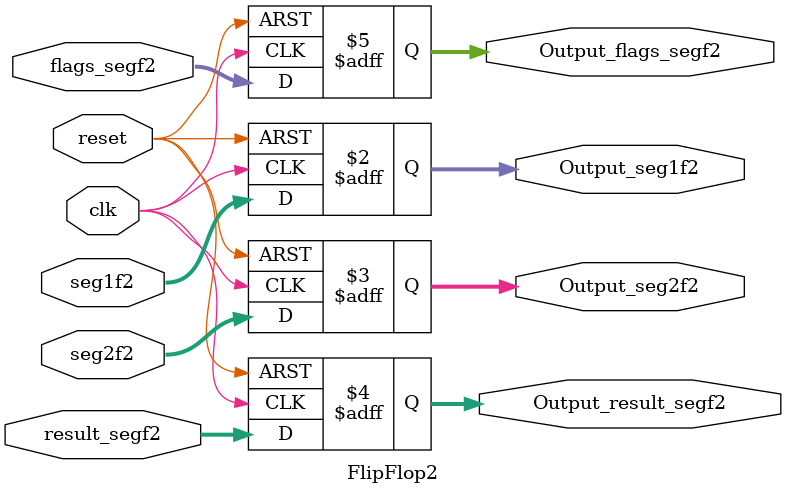
<source format=sv>
module FlipFlop2

                #(parameter N=4)
               (input logic clk,        // Entrada del reloj
                input logic reset,      // Entrada de reset
                input logic [6:0] seg1f2,      // Entrada de datos
					 input logic [6:0] seg2f2,
					 input logic [6:0] result_segf2,
					 input logic [6:0] flags_segf2,
                output logic [6:0] Output_seg1f2,
					 output logic [6:0] Output_seg2f2,
					 output logic [6:0] Output_result_segf2,
					 output logic [6:0] Output_flags_segf2);        // Salida de datos

    always_ff @(posedge clk or posedge reset) begin
        if (reset) begin
            Output_seg1f2 <= 1'b0;       // Si hay un reset, establece la salida en 0
				Output_seg2f2 <= 1'b0;
				Output_result_segf2 <= 1'b0;
				Output_flags_segf2 <= 1'b0;
				
				
        end else begin
            Output_seg1f2 <= seg1f2;  // Copia la entrada de datos en la salida en el flanco de subida del reloj
				Output_seg2f2 <= seg2f2;
				Output_result_segf2 <= result_segf2;
				Output_flags_segf2 <= flags_segf2;
        end
    end

endmodule
</source>
